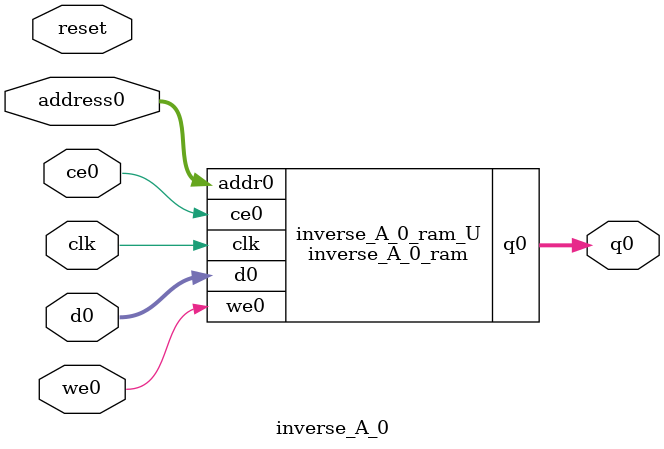
<source format=v>
`timescale 1 ns / 1 ps
module inverse_A_0_ram (addr0, ce0, d0, we0, q0,  clk);

parameter DWIDTH = 32;
parameter AWIDTH = 4;
parameter MEM_SIZE = 10;

input[AWIDTH-1:0] addr0;
input ce0;
input[DWIDTH-1:0] d0;
input we0;
output reg[DWIDTH-1:0] q0;
input clk;

(* ram_style = "distributed" *)reg [DWIDTH-1:0] ram[0:MEM_SIZE-1];




always @(posedge clk)  
begin 
    if (ce0) begin
        if (we0) 
            ram[addr0] <= d0; 
        q0 <= ram[addr0];
    end
end


endmodule

`timescale 1 ns / 1 ps
module inverse_A_0(
    reset,
    clk,
    address0,
    ce0,
    we0,
    d0,
    q0);

parameter DataWidth = 32'd32;
parameter AddressRange = 32'd10;
parameter AddressWidth = 32'd4;
input reset;
input clk;
input[AddressWidth - 1:0] address0;
input ce0;
input we0;
input[DataWidth - 1:0] d0;
output[DataWidth - 1:0] q0;



inverse_A_0_ram inverse_A_0_ram_U(
    .clk( clk ),
    .addr0( address0 ),
    .ce0( ce0 ),
    .we0( we0 ),
    .d0( d0 ),
    .q0( q0 ));

endmodule


</source>
